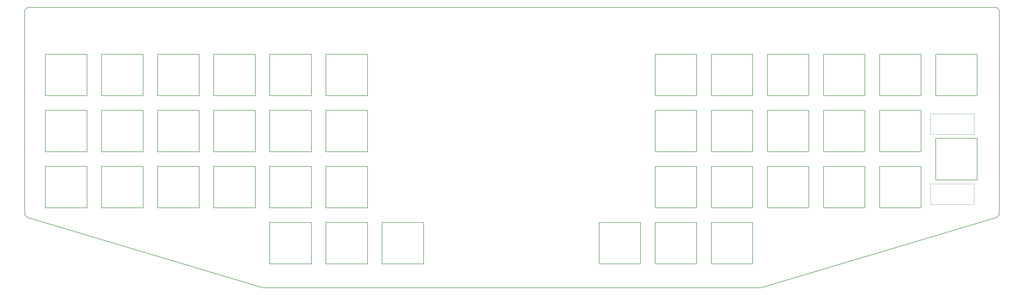
<source format=gbr>
G04 #@! TF.GenerationSoftware,KiCad,Pcbnew,7.0.10*
G04 #@! TF.CreationDate,2024-04-07T15:42:10+09:00*
G04 #@! TF.ProjectId,first_keyboard,66697273-745f-46b6-9579-626f6172642e,rev?*
G04 #@! TF.SameCoordinates,Original*
G04 #@! TF.FileFunction,Profile,NP*
%FSLAX46Y46*%
G04 Gerber Fmt 4.6, Leading zero omitted, Abs format (unit mm)*
G04 Created by KiCad (PCBNEW 7.0.10) date 2024-04-07 15:42:10*
%MOMM*%
%LPD*%
G01*
G04 APERTURE LIST*
G04 #@! TA.AperFunction,Profile*
%ADD10C,0.200000*%
G04 #@! TD*
G04 #@! TA.AperFunction,Profile*
%ADD11C,0.150000*%
G04 #@! TD*
G04 #@! TA.AperFunction,Profile*
%ADD12C,0.120000*%
G04 #@! TD*
G04 APERTURE END LIST*
D10*
X41481250Y-92868750D02*
X370475000Y-92868750D01*
X370475000Y-164306250D02*
X290512500Y-188118750D01*
X40481250Y-93868750D02*
X40481250Y-163306250D01*
X370475000Y-92868750D02*
X371475000Y-93868750D01*
X41481250Y-92868750D02*
X40481250Y-93868750D01*
X41481250Y-164306250D02*
X121443750Y-188118750D01*
X371475000Y-93868750D02*
X371475000Y-163306250D01*
X371475000Y-163306250D02*
X370475000Y-164306250D01*
X40481250Y-163306250D02*
X41481250Y-164306250D01*
X290512500Y-188118750D02*
X121443750Y-188118750D01*
D11*
X254570000Y-108793700D02*
X268670000Y-108793700D01*
X254570000Y-122893700D02*
X254570000Y-108793700D01*
X268670000Y-108793700D02*
X268670000Y-122893700D01*
X268670000Y-122893700D02*
X254570000Y-122893700D01*
X330770000Y-108793700D02*
X344870000Y-108793700D01*
X330770000Y-122893700D02*
X330770000Y-108793700D01*
X344870000Y-108793700D02*
X344870000Y-122893700D01*
X344870000Y-122893700D02*
X330770000Y-122893700D01*
X104695000Y-146893700D02*
X118795000Y-146893700D01*
X104695000Y-160993700D02*
X104695000Y-146893700D01*
X118795000Y-146893700D02*
X118795000Y-160993700D01*
X118795000Y-160993700D02*
X104695000Y-160993700D01*
X273620000Y-108793700D02*
X287720000Y-108793700D01*
X273620000Y-122893700D02*
X273620000Y-108793700D01*
X287720000Y-108793700D02*
X287720000Y-122893700D01*
X287720000Y-122893700D02*
X273620000Y-122893700D01*
X47545000Y-146893700D02*
X61645000Y-146893700D01*
X47545000Y-160993700D02*
X47545000Y-146893700D01*
X61645000Y-146893700D02*
X61645000Y-160993700D01*
X61645000Y-160993700D02*
X47545000Y-160993700D01*
X85645000Y-146893700D02*
X99745000Y-146893700D01*
X85645000Y-160993700D02*
X85645000Y-146893700D01*
X99745000Y-146893700D02*
X99745000Y-160993700D01*
X99745000Y-160993700D02*
X85645000Y-160993700D01*
X104695000Y-108793700D02*
X118795000Y-108793700D01*
X104695000Y-122893700D02*
X104695000Y-108793700D01*
X118795000Y-108793700D02*
X118795000Y-122893700D01*
X118795000Y-122893700D02*
X104695000Y-122893700D01*
X47545000Y-108793700D02*
X61645000Y-108793700D01*
X47545000Y-122893700D02*
X47545000Y-108793700D01*
X61645000Y-108793700D02*
X61645000Y-122893700D01*
X61645000Y-122893700D02*
X47545000Y-122893700D01*
X235520000Y-165943700D02*
X249620000Y-165943700D01*
X235520000Y-180043700D02*
X235520000Y-165943700D01*
X249620000Y-165943700D02*
X249620000Y-180043700D01*
X249620000Y-180043700D02*
X235520000Y-180043700D01*
X123745000Y-165943700D02*
X137845000Y-165943700D01*
X123745000Y-180043700D02*
X123745000Y-165943700D01*
X137845000Y-165943700D02*
X137845000Y-180043700D01*
X137845000Y-180043700D02*
X123745000Y-180043700D01*
X292670000Y-127843700D02*
X306770000Y-127843700D01*
X292670000Y-141943700D02*
X292670000Y-127843700D01*
X306770000Y-127843700D02*
X306770000Y-141943700D01*
X306770000Y-141943700D02*
X292670000Y-141943700D01*
X273620000Y-146893700D02*
X287720000Y-146893700D01*
X273620000Y-160993700D02*
X273620000Y-146893700D01*
X287720000Y-146893700D02*
X287720000Y-160993700D01*
X287720000Y-160993700D02*
X273620000Y-160993700D01*
X85645000Y-108793700D02*
X99745000Y-108793700D01*
X85645000Y-122893700D02*
X85645000Y-108793700D01*
X99745000Y-108793700D02*
X99745000Y-122893700D01*
X99745000Y-122893700D02*
X85645000Y-122893700D01*
X66595000Y-146893700D02*
X80695000Y-146893700D01*
X66595000Y-160993700D02*
X66595000Y-146893700D01*
X80695000Y-146893700D02*
X80695000Y-160993700D01*
X80695000Y-160993700D02*
X66595000Y-160993700D01*
X273620000Y-165943700D02*
X287720000Y-165943700D01*
X273620000Y-180043700D02*
X273620000Y-165943700D01*
X287720000Y-165943700D02*
X287720000Y-180043700D01*
X287720000Y-180043700D02*
X273620000Y-180043700D01*
X85645000Y-127843700D02*
X99745000Y-127843700D01*
X85645000Y-141943700D02*
X85645000Y-127843700D01*
X99745000Y-127843700D02*
X99745000Y-141943700D01*
X99745000Y-141943700D02*
X85645000Y-141943700D01*
X123745000Y-127843700D02*
X137845000Y-127843700D01*
X123745000Y-141943700D02*
X123745000Y-127843700D01*
X137845000Y-127843700D02*
X137845000Y-141943700D01*
X137845000Y-141943700D02*
X123745000Y-141943700D01*
X254570000Y-146893700D02*
X268670000Y-146893700D01*
X254570000Y-160993700D02*
X254570000Y-146893700D01*
X268670000Y-146893700D02*
X268670000Y-160993700D01*
X268670000Y-160993700D02*
X254570000Y-160993700D01*
X123745000Y-146893700D02*
X137845000Y-146893700D01*
X123745000Y-160993700D02*
X123745000Y-146893700D01*
X137845000Y-146893700D02*
X137845000Y-160993700D01*
X137845000Y-160993700D02*
X123745000Y-160993700D01*
X292670000Y-108793700D02*
X306770000Y-108793700D01*
X292670000Y-122893700D02*
X292670000Y-108793700D01*
X306770000Y-108793700D02*
X306770000Y-122893700D01*
X306770000Y-122893700D02*
X292670000Y-122893700D01*
X292670000Y-146893700D02*
X306770000Y-146893700D01*
X292670000Y-160993700D02*
X292670000Y-146893700D01*
X306770000Y-146893700D02*
X306770000Y-160993700D01*
X306770000Y-160993700D02*
X292670000Y-160993700D01*
X123745000Y-108793700D02*
X137845000Y-108793700D01*
X123745000Y-122893700D02*
X123745000Y-108793700D01*
X137845000Y-108793700D02*
X137845000Y-122893700D01*
X137845000Y-122893700D02*
X123745000Y-122893700D01*
X330770000Y-127843700D02*
X344870000Y-127843700D01*
X330770000Y-141943700D02*
X330770000Y-127843700D01*
X344870000Y-127843700D02*
X344870000Y-141943700D01*
X344870000Y-141943700D02*
X330770000Y-141943700D01*
D12*
X362870000Y-129018700D02*
X362870000Y-136018700D01*
X348070000Y-129018700D02*
X362870000Y-129018700D01*
X362870000Y-136018700D02*
X348070000Y-136018700D01*
X348070000Y-136018700D02*
X348070000Y-129018700D01*
D11*
X363920000Y-137368700D02*
X363920000Y-151468700D01*
X349820000Y-137368700D02*
X363920000Y-137368700D01*
X363920000Y-151468700D02*
X349820000Y-151468700D01*
X349820000Y-151468700D02*
X349820000Y-137368700D01*
D12*
X362870000Y-152818700D02*
X348070000Y-152818700D01*
X348070000Y-152818700D02*
X348070000Y-159818700D01*
X362870000Y-159818700D02*
X362870000Y-152818700D01*
X348070000Y-159818700D02*
X362870000Y-159818700D01*
D11*
X254570000Y-127843700D02*
X268670000Y-127843700D01*
X254570000Y-141943700D02*
X254570000Y-127843700D01*
X268670000Y-127843700D02*
X268670000Y-141943700D01*
X268670000Y-141943700D02*
X254570000Y-141943700D01*
X161845000Y-165943700D02*
X175945000Y-165943700D01*
X161845000Y-180043700D02*
X161845000Y-165943700D01*
X175945000Y-165943700D02*
X175945000Y-180043700D01*
X175945000Y-180043700D02*
X161845000Y-180043700D01*
X311720000Y-108793700D02*
X325820000Y-108793700D01*
X311720000Y-122893700D02*
X311720000Y-108793700D01*
X325820000Y-108793700D02*
X325820000Y-122893700D01*
X325820000Y-122893700D02*
X311720000Y-122893700D01*
X254570000Y-165943700D02*
X268670000Y-165943700D01*
X254570000Y-180043700D02*
X254570000Y-165943700D01*
X268670000Y-165943700D02*
X268670000Y-180043700D01*
X268670000Y-180043700D02*
X254570000Y-180043700D01*
X66595000Y-108793700D02*
X80695000Y-108793700D01*
X66595000Y-122893700D02*
X66595000Y-108793700D01*
X80695000Y-108793700D02*
X80695000Y-122893700D01*
X80695000Y-122893700D02*
X66595000Y-122893700D01*
X273620000Y-127843700D02*
X287720000Y-127843700D01*
X273620000Y-141943700D02*
X273620000Y-127843700D01*
X287720000Y-127843700D02*
X287720000Y-141943700D01*
X287720000Y-141943700D02*
X273620000Y-141943700D01*
X47545000Y-127843700D02*
X61645000Y-127843700D01*
X47545000Y-141943700D02*
X47545000Y-127843700D01*
X61645000Y-127843700D02*
X61645000Y-141943700D01*
X61645000Y-141943700D02*
X47545000Y-141943700D01*
X66595000Y-127843700D02*
X80695000Y-127843700D01*
X66595000Y-141943700D02*
X66595000Y-127843700D01*
X80695000Y-127843700D02*
X80695000Y-141943700D01*
X80695000Y-141943700D02*
X66595000Y-141943700D01*
X142795000Y-108793700D02*
X156895000Y-108793700D01*
X142795000Y-122893700D02*
X142795000Y-108793700D01*
X156895000Y-108793700D02*
X156895000Y-122893700D01*
X156895000Y-122893700D02*
X142795000Y-122893700D01*
X142795000Y-127843700D02*
X156895000Y-127843700D01*
X142795000Y-141943700D02*
X142795000Y-127843700D01*
X156895000Y-127843700D02*
X156895000Y-141943700D01*
X156895000Y-141943700D02*
X142795000Y-141943700D01*
X330770000Y-146893700D02*
X344870000Y-146893700D01*
X330770000Y-160993700D02*
X330770000Y-146893700D01*
X344870000Y-146893700D02*
X344870000Y-160993700D01*
X344870000Y-160993700D02*
X330770000Y-160993700D01*
X104695000Y-127843700D02*
X118795000Y-127843700D01*
X104695000Y-141943700D02*
X104695000Y-127843700D01*
X118795000Y-127843700D02*
X118795000Y-141943700D01*
X118795000Y-141943700D02*
X104695000Y-141943700D01*
X142795000Y-146893700D02*
X156895000Y-146893700D01*
X142795000Y-160993700D02*
X142795000Y-146893700D01*
X156895000Y-146893700D02*
X156895000Y-160993700D01*
X156895000Y-160993700D02*
X142795000Y-160993700D01*
X142795000Y-165943700D02*
X156895000Y-165943700D01*
X142795000Y-180043700D02*
X142795000Y-165943700D01*
X156895000Y-165943700D02*
X156895000Y-180043700D01*
X156895000Y-180043700D02*
X142795000Y-180043700D01*
X349820000Y-108793700D02*
X363920000Y-108793700D01*
X349820000Y-122893700D02*
X349820000Y-108793700D01*
X363920000Y-108793700D02*
X363920000Y-122893700D01*
X363920000Y-122893700D02*
X349820000Y-122893700D01*
X311720000Y-146893700D02*
X325820000Y-146893700D01*
X311720000Y-160993700D02*
X311720000Y-146893700D01*
X325820000Y-146893700D02*
X325820000Y-160993700D01*
X325820000Y-160993700D02*
X311720000Y-160993700D01*
X311720000Y-127843700D02*
X325820000Y-127843700D01*
X311720000Y-141943700D02*
X311720000Y-127843700D01*
X325820000Y-127843700D02*
X325820000Y-141943700D01*
X325820000Y-141943700D02*
X311720000Y-141943700D01*
M02*

</source>
